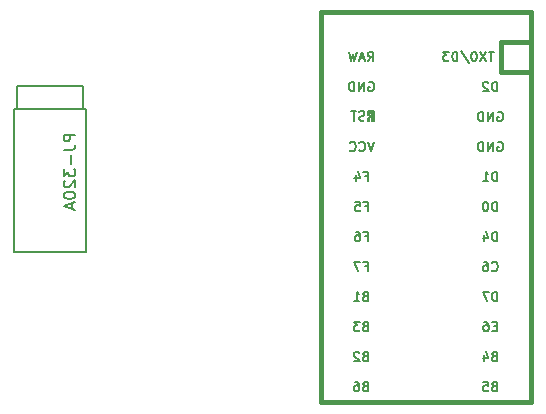
<source format=gbr>
G04 #@! TF.GenerationSoftware,KiCad,Pcbnew,(5.1.2)-2*
G04 #@! TF.CreationDate,2019-06-19T20:54:41-05:00*
G04 #@! TF.ProjectId,BlastersRev2,426c6173-7465-4727-9352-6576322e6b69,rev?*
G04 #@! TF.SameCoordinates,Original*
G04 #@! TF.FileFunction,Legend,Bot*
G04 #@! TF.FilePolarity,Positive*
%FSLAX46Y46*%
G04 Gerber Fmt 4.6, Leading zero omitted, Abs format (unit mm)*
G04 Created by KiCad (PCBNEW (5.1.2)-2) date 2019-06-19 20:54:41*
%MOMM*%
%LPD*%
G04 APERTURE LIST*
%ADD10C,0.150000*%
%ADD11C,0.381000*%
G04 APERTURE END LIST*
D10*
X94793750Y-61912500D02*
X94793750Y-59912500D01*
X89193750Y-59912500D02*
X94793750Y-59912500D01*
X89193750Y-61912500D02*
X89193750Y-59912500D01*
X88943750Y-74012500D02*
X95043750Y-74012500D01*
X95043750Y-61912500D02*
X95043750Y-74012500D01*
X88943750Y-61912500D02*
X95043750Y-61912500D01*
X88943750Y-61912500D02*
X88943750Y-74012500D01*
D11*
X132715000Y-56197500D02*
X132715000Y-86677500D01*
X132715000Y-86677500D02*
X114935000Y-86677500D01*
X114935000Y-86677500D02*
X114935000Y-56197500D01*
X130175000Y-56197500D02*
X130175000Y-58737500D01*
X130175000Y-58737500D02*
X132715000Y-58737500D01*
D10*
G36*
X118893432Y-62076860D02*
G01*
X118893432Y-62376860D01*
X118993432Y-62376860D01*
X118993432Y-62076860D01*
X118893432Y-62076860D01*
G37*
X118893432Y-62076860D02*
X118893432Y-62376860D01*
X118993432Y-62376860D01*
X118993432Y-62076860D01*
X118893432Y-62076860D01*
G36*
X119093432Y-62476860D02*
G01*
X119093432Y-62576860D01*
X119193432Y-62576860D01*
X119193432Y-62476860D01*
X119093432Y-62476860D01*
G37*
X119093432Y-62476860D02*
X119093432Y-62576860D01*
X119193432Y-62576860D01*
X119193432Y-62476860D01*
X119093432Y-62476860D01*
G36*
X118893432Y-62076860D02*
G01*
X118893432Y-62176860D01*
X119393432Y-62176860D01*
X119393432Y-62076860D01*
X118893432Y-62076860D01*
G37*
X118893432Y-62076860D02*
X118893432Y-62176860D01*
X119393432Y-62176860D01*
X119393432Y-62076860D01*
X118893432Y-62076860D01*
G36*
X119293432Y-62076860D02*
G01*
X119293432Y-62876860D01*
X119393432Y-62876860D01*
X119393432Y-62076860D01*
X119293432Y-62076860D01*
G37*
X119293432Y-62076860D02*
X119293432Y-62876860D01*
X119393432Y-62876860D01*
X119393432Y-62076860D01*
X119293432Y-62076860D01*
G36*
X118893432Y-62676860D02*
G01*
X118893432Y-62876860D01*
X118993432Y-62876860D01*
X118993432Y-62676860D01*
X118893432Y-62676860D01*
G37*
X118893432Y-62676860D02*
X118893432Y-62876860D01*
X118993432Y-62876860D01*
X118993432Y-62676860D01*
X118893432Y-62676860D01*
D11*
X114935000Y-56197500D02*
X114935000Y-53657500D01*
X114935000Y-53657500D02*
X132715000Y-53657500D01*
X132715000Y-53657500D02*
X132715000Y-56197500D01*
X130175000Y-56197500D02*
X132715000Y-56197500D01*
D10*
X94146130Y-64043452D02*
X93146130Y-64043452D01*
X93146130Y-64424404D01*
X93193750Y-64519642D01*
X93241369Y-64567261D01*
X93336607Y-64614880D01*
X93479464Y-64614880D01*
X93574702Y-64567261D01*
X93622321Y-64519642D01*
X93669940Y-64424404D01*
X93669940Y-64043452D01*
X93146130Y-65329166D02*
X93860416Y-65329166D01*
X94003273Y-65281547D01*
X94098511Y-65186309D01*
X94146130Y-65043452D01*
X94146130Y-64948214D01*
X93765178Y-65805357D02*
X93765178Y-66567261D01*
X93146130Y-66948214D02*
X93146130Y-67567261D01*
X93527083Y-67233928D01*
X93527083Y-67376785D01*
X93574702Y-67472023D01*
X93622321Y-67519642D01*
X93717559Y-67567261D01*
X93955654Y-67567261D01*
X94050892Y-67519642D01*
X94098511Y-67472023D01*
X94146130Y-67376785D01*
X94146130Y-67091071D01*
X94098511Y-66995833D01*
X94050892Y-66948214D01*
X93241369Y-67948214D02*
X93193750Y-67995833D01*
X93146130Y-68091071D01*
X93146130Y-68329166D01*
X93193750Y-68424404D01*
X93241369Y-68472023D01*
X93336607Y-68519642D01*
X93431845Y-68519642D01*
X93574702Y-68472023D01*
X94146130Y-67900595D01*
X94146130Y-68519642D01*
X93146130Y-69138690D02*
X93146130Y-69233928D01*
X93193750Y-69329166D01*
X93241369Y-69376785D01*
X93336607Y-69424404D01*
X93527083Y-69472023D01*
X93765178Y-69472023D01*
X93955654Y-69424404D01*
X94050892Y-69376785D01*
X94098511Y-69329166D01*
X94146130Y-69233928D01*
X94146130Y-69138690D01*
X94098511Y-69043452D01*
X94050892Y-68995833D01*
X93955654Y-68948214D01*
X93765178Y-68900595D01*
X93527083Y-68900595D01*
X93336607Y-68948214D01*
X93241369Y-68995833D01*
X93193750Y-69043452D01*
X93146130Y-69138690D01*
X93860416Y-69852976D02*
X93860416Y-70329166D01*
X94146130Y-69757738D02*
X93146130Y-70091071D01*
X94146130Y-70424404D01*
X118687809Y-82810357D02*
X118573523Y-82848452D01*
X118535428Y-82886547D01*
X118497333Y-82962738D01*
X118497333Y-83077023D01*
X118535428Y-83153214D01*
X118573523Y-83191309D01*
X118649714Y-83229404D01*
X118954476Y-83229404D01*
X118954476Y-82429404D01*
X118687809Y-82429404D01*
X118611619Y-82467500D01*
X118573523Y-82505595D01*
X118535428Y-82581785D01*
X118535428Y-82657976D01*
X118573523Y-82734166D01*
X118611619Y-82772261D01*
X118687809Y-82810357D01*
X118954476Y-82810357D01*
X118192571Y-82505595D02*
X118154476Y-82467500D01*
X118078285Y-82429404D01*
X117887809Y-82429404D01*
X117811619Y-82467500D01*
X117773523Y-82505595D01*
X117735428Y-82581785D01*
X117735428Y-82657976D01*
X117773523Y-82772261D01*
X118230666Y-83229404D01*
X117735428Y-83229404D01*
X118630666Y-75190357D02*
X118897333Y-75190357D01*
X118897333Y-75609404D02*
X118897333Y-74809404D01*
X118516380Y-74809404D01*
X118287809Y-74809404D02*
X117754476Y-74809404D01*
X118097333Y-75609404D01*
X118630666Y-72650357D02*
X118897333Y-72650357D01*
X118897333Y-73069404D02*
X118897333Y-72269404D01*
X118516380Y-72269404D01*
X117868761Y-72269404D02*
X118021142Y-72269404D01*
X118097333Y-72307500D01*
X118135428Y-72345595D01*
X118211619Y-72459880D01*
X118249714Y-72612261D01*
X118249714Y-72917023D01*
X118211619Y-72993214D01*
X118173523Y-73031309D01*
X118097333Y-73069404D01*
X117944952Y-73069404D01*
X117868761Y-73031309D01*
X117830666Y-72993214D01*
X117792571Y-72917023D01*
X117792571Y-72726547D01*
X117830666Y-72650357D01*
X117868761Y-72612261D01*
X117944952Y-72574166D01*
X118097333Y-72574166D01*
X118173523Y-72612261D01*
X118211619Y-72650357D01*
X118249714Y-72726547D01*
X118630666Y-70110357D02*
X118897333Y-70110357D01*
X118897333Y-70529404D02*
X118897333Y-69729404D01*
X118516380Y-69729404D01*
X117830666Y-69729404D02*
X118211619Y-69729404D01*
X118249714Y-70110357D01*
X118211619Y-70072261D01*
X118135428Y-70034166D01*
X117944952Y-70034166D01*
X117868761Y-70072261D01*
X117830666Y-70110357D01*
X117792571Y-70186547D01*
X117792571Y-70377023D01*
X117830666Y-70453214D01*
X117868761Y-70491309D01*
X117944952Y-70529404D01*
X118135428Y-70529404D01*
X118211619Y-70491309D01*
X118249714Y-70453214D01*
X118916380Y-57829404D02*
X119183047Y-57448452D01*
X119373523Y-57829404D02*
X119373523Y-57029404D01*
X119068761Y-57029404D01*
X118992571Y-57067500D01*
X118954476Y-57105595D01*
X118916380Y-57181785D01*
X118916380Y-57296071D01*
X118954476Y-57372261D01*
X118992571Y-57410357D01*
X119068761Y-57448452D01*
X119373523Y-57448452D01*
X118611619Y-57600833D02*
X118230666Y-57600833D01*
X118687809Y-57829404D02*
X118421142Y-57029404D01*
X118154476Y-57829404D01*
X117964000Y-57029404D02*
X117773523Y-57829404D01*
X117621142Y-57257976D01*
X117468761Y-57829404D01*
X117278285Y-57029404D01*
X118973523Y-59607500D02*
X119049714Y-59569404D01*
X119164000Y-59569404D01*
X119278285Y-59607500D01*
X119354476Y-59683690D01*
X119392571Y-59759880D01*
X119430666Y-59912261D01*
X119430666Y-60026547D01*
X119392571Y-60178928D01*
X119354476Y-60255119D01*
X119278285Y-60331309D01*
X119164000Y-60369404D01*
X119087809Y-60369404D01*
X118973523Y-60331309D01*
X118935428Y-60293214D01*
X118935428Y-60026547D01*
X119087809Y-60026547D01*
X118592571Y-60369404D02*
X118592571Y-59569404D01*
X118135428Y-60369404D01*
X118135428Y-59569404D01*
X117754476Y-60369404D02*
X117754476Y-59569404D01*
X117564000Y-59569404D01*
X117449714Y-59607500D01*
X117373523Y-59683690D01*
X117335428Y-59759880D01*
X117297333Y-59912261D01*
X117297333Y-60026547D01*
X117335428Y-60178928D01*
X117373523Y-60255119D01*
X117449714Y-60331309D01*
X117564000Y-60369404D01*
X117754476Y-60369404D01*
X118625213Y-62841309D02*
X118510927Y-62879404D01*
X118320451Y-62879404D01*
X118244260Y-62841309D01*
X118206165Y-62803214D01*
X118168070Y-62727023D01*
X118168070Y-62650833D01*
X118206165Y-62574642D01*
X118244260Y-62536547D01*
X118320451Y-62498452D01*
X118472832Y-62460357D01*
X118549022Y-62422261D01*
X118587118Y-62384166D01*
X118625213Y-62307976D01*
X118625213Y-62231785D01*
X118587118Y-62155595D01*
X118549022Y-62117500D01*
X118472832Y-62079404D01*
X118282356Y-62079404D01*
X118168070Y-62117500D01*
X117939499Y-62079404D02*
X117482356Y-62079404D01*
X117710927Y-62879404D02*
X117710927Y-62079404D01*
X119430666Y-64649404D02*
X119164000Y-65449404D01*
X118897333Y-64649404D01*
X118173523Y-65373214D02*
X118211619Y-65411309D01*
X118325904Y-65449404D01*
X118402095Y-65449404D01*
X118516380Y-65411309D01*
X118592571Y-65335119D01*
X118630666Y-65258928D01*
X118668761Y-65106547D01*
X118668761Y-64992261D01*
X118630666Y-64839880D01*
X118592571Y-64763690D01*
X118516380Y-64687500D01*
X118402095Y-64649404D01*
X118325904Y-64649404D01*
X118211619Y-64687500D01*
X118173523Y-64725595D01*
X117373523Y-65373214D02*
X117411619Y-65411309D01*
X117525904Y-65449404D01*
X117602095Y-65449404D01*
X117716380Y-65411309D01*
X117792571Y-65335119D01*
X117830666Y-65258928D01*
X117868761Y-65106547D01*
X117868761Y-64992261D01*
X117830666Y-64839880D01*
X117792571Y-64763690D01*
X117716380Y-64687500D01*
X117602095Y-64649404D01*
X117525904Y-64649404D01*
X117411619Y-64687500D01*
X117373523Y-64725595D01*
X118630666Y-67570357D02*
X118897333Y-67570357D01*
X118897333Y-67989404D02*
X118897333Y-67189404D01*
X118516380Y-67189404D01*
X117868761Y-67456071D02*
X117868761Y-67989404D01*
X118059238Y-67151309D02*
X118249714Y-67722738D01*
X117754476Y-67722738D01*
X118687809Y-77730357D02*
X118573523Y-77768452D01*
X118535428Y-77806547D01*
X118497333Y-77882738D01*
X118497333Y-77997023D01*
X118535428Y-78073214D01*
X118573523Y-78111309D01*
X118649714Y-78149404D01*
X118954476Y-78149404D01*
X118954476Y-77349404D01*
X118687809Y-77349404D01*
X118611619Y-77387500D01*
X118573523Y-77425595D01*
X118535428Y-77501785D01*
X118535428Y-77577976D01*
X118573523Y-77654166D01*
X118611619Y-77692261D01*
X118687809Y-77730357D01*
X118954476Y-77730357D01*
X117735428Y-78149404D02*
X118192571Y-78149404D01*
X117964000Y-78149404D02*
X117964000Y-77349404D01*
X118040190Y-77463690D01*
X118116380Y-77539880D01*
X118192571Y-77577976D01*
X118687809Y-80270357D02*
X118573523Y-80308452D01*
X118535428Y-80346547D01*
X118497333Y-80422738D01*
X118497333Y-80537023D01*
X118535428Y-80613214D01*
X118573523Y-80651309D01*
X118649714Y-80689404D01*
X118954476Y-80689404D01*
X118954476Y-79889404D01*
X118687809Y-79889404D01*
X118611619Y-79927500D01*
X118573523Y-79965595D01*
X118535428Y-80041785D01*
X118535428Y-80117976D01*
X118573523Y-80194166D01*
X118611619Y-80232261D01*
X118687809Y-80270357D01*
X118954476Y-80270357D01*
X118230666Y-79889404D02*
X117735428Y-79889404D01*
X118002095Y-80194166D01*
X117887809Y-80194166D01*
X117811619Y-80232261D01*
X117773523Y-80270357D01*
X117735428Y-80346547D01*
X117735428Y-80537023D01*
X117773523Y-80613214D01*
X117811619Y-80651309D01*
X117887809Y-80689404D01*
X118116380Y-80689404D01*
X118192571Y-80651309D01*
X118230666Y-80613214D01*
X118687809Y-85350357D02*
X118573523Y-85388452D01*
X118535428Y-85426547D01*
X118497333Y-85502738D01*
X118497333Y-85617023D01*
X118535428Y-85693214D01*
X118573523Y-85731309D01*
X118649714Y-85769404D01*
X118954476Y-85769404D01*
X118954476Y-84969404D01*
X118687809Y-84969404D01*
X118611619Y-85007500D01*
X118573523Y-85045595D01*
X118535428Y-85121785D01*
X118535428Y-85197976D01*
X118573523Y-85274166D01*
X118611619Y-85312261D01*
X118687809Y-85350357D01*
X118954476Y-85350357D01*
X117811619Y-84969404D02*
X117964000Y-84969404D01*
X118040190Y-85007500D01*
X118078285Y-85045595D01*
X118154476Y-85159880D01*
X118192571Y-85312261D01*
X118192571Y-85617023D01*
X118154476Y-85693214D01*
X118116380Y-85731309D01*
X118040190Y-85769404D01*
X117887809Y-85769404D01*
X117811619Y-85731309D01*
X117773523Y-85693214D01*
X117735428Y-85617023D01*
X117735428Y-85426547D01*
X117773523Y-85350357D01*
X117811619Y-85312261D01*
X117887809Y-85274166D01*
X118040190Y-85274166D01*
X118116380Y-85312261D01*
X118154476Y-85350357D01*
X118192571Y-85426547D01*
X129609809Y-85350357D02*
X129495523Y-85388452D01*
X129457428Y-85426547D01*
X129419333Y-85502738D01*
X129419333Y-85617023D01*
X129457428Y-85693214D01*
X129495523Y-85731309D01*
X129571714Y-85769404D01*
X129876476Y-85769404D01*
X129876476Y-84969404D01*
X129609809Y-84969404D01*
X129533619Y-85007500D01*
X129495523Y-85045595D01*
X129457428Y-85121785D01*
X129457428Y-85197976D01*
X129495523Y-85274166D01*
X129533619Y-85312261D01*
X129609809Y-85350357D01*
X129876476Y-85350357D01*
X128695523Y-84969404D02*
X129076476Y-84969404D01*
X129114571Y-85350357D01*
X129076476Y-85312261D01*
X129000285Y-85274166D01*
X128809809Y-85274166D01*
X128733619Y-85312261D01*
X128695523Y-85350357D01*
X128657428Y-85426547D01*
X128657428Y-85617023D01*
X128695523Y-85693214D01*
X128733619Y-85731309D01*
X128809809Y-85769404D01*
X129000285Y-85769404D01*
X129076476Y-85731309D01*
X129114571Y-85693214D01*
X129609809Y-82810357D02*
X129495523Y-82848452D01*
X129457428Y-82886547D01*
X129419333Y-82962738D01*
X129419333Y-83077023D01*
X129457428Y-83153214D01*
X129495523Y-83191309D01*
X129571714Y-83229404D01*
X129876476Y-83229404D01*
X129876476Y-82429404D01*
X129609809Y-82429404D01*
X129533619Y-82467500D01*
X129495523Y-82505595D01*
X129457428Y-82581785D01*
X129457428Y-82657976D01*
X129495523Y-82734166D01*
X129533619Y-82772261D01*
X129609809Y-82810357D01*
X129876476Y-82810357D01*
X128733619Y-82696071D02*
X128733619Y-83229404D01*
X128924095Y-82391309D02*
X129114571Y-82962738D01*
X128619333Y-82962738D01*
X129838380Y-80270357D02*
X129571714Y-80270357D01*
X129457428Y-80689404D02*
X129838380Y-80689404D01*
X129838380Y-79889404D01*
X129457428Y-79889404D01*
X128771714Y-79889404D02*
X128924095Y-79889404D01*
X129000285Y-79927500D01*
X129038380Y-79965595D01*
X129114571Y-80079880D01*
X129152666Y-80232261D01*
X129152666Y-80537023D01*
X129114571Y-80613214D01*
X129076476Y-80651309D01*
X129000285Y-80689404D01*
X128847904Y-80689404D01*
X128771714Y-80651309D01*
X128733619Y-80613214D01*
X128695523Y-80537023D01*
X128695523Y-80346547D01*
X128733619Y-80270357D01*
X128771714Y-80232261D01*
X128847904Y-80194166D01*
X129000285Y-80194166D01*
X129076476Y-80232261D01*
X129114571Y-80270357D01*
X129152666Y-80346547D01*
X129876476Y-78149404D02*
X129876476Y-77349404D01*
X129686000Y-77349404D01*
X129571714Y-77387500D01*
X129495523Y-77463690D01*
X129457428Y-77539880D01*
X129419333Y-77692261D01*
X129419333Y-77806547D01*
X129457428Y-77958928D01*
X129495523Y-78035119D01*
X129571714Y-78111309D01*
X129686000Y-78149404D01*
X129876476Y-78149404D01*
X129152666Y-77349404D02*
X128619333Y-77349404D01*
X128962190Y-78149404D01*
X129419333Y-75533214D02*
X129457428Y-75571309D01*
X129571714Y-75609404D01*
X129647904Y-75609404D01*
X129762190Y-75571309D01*
X129838380Y-75495119D01*
X129876476Y-75418928D01*
X129914571Y-75266547D01*
X129914571Y-75152261D01*
X129876476Y-74999880D01*
X129838380Y-74923690D01*
X129762190Y-74847500D01*
X129647904Y-74809404D01*
X129571714Y-74809404D01*
X129457428Y-74847500D01*
X129419333Y-74885595D01*
X128733619Y-74809404D02*
X128886000Y-74809404D01*
X128962190Y-74847500D01*
X129000285Y-74885595D01*
X129076476Y-74999880D01*
X129114571Y-75152261D01*
X129114571Y-75457023D01*
X129076476Y-75533214D01*
X129038380Y-75571309D01*
X128962190Y-75609404D01*
X128809809Y-75609404D01*
X128733619Y-75571309D01*
X128695523Y-75533214D01*
X128657428Y-75457023D01*
X128657428Y-75266547D01*
X128695523Y-75190357D01*
X128733619Y-75152261D01*
X128809809Y-75114166D01*
X128962190Y-75114166D01*
X129038380Y-75152261D01*
X129076476Y-75190357D01*
X129114571Y-75266547D01*
X129876476Y-73069404D02*
X129876476Y-72269404D01*
X129686000Y-72269404D01*
X129571714Y-72307500D01*
X129495523Y-72383690D01*
X129457428Y-72459880D01*
X129419333Y-72612261D01*
X129419333Y-72726547D01*
X129457428Y-72878928D01*
X129495523Y-72955119D01*
X129571714Y-73031309D01*
X129686000Y-73069404D01*
X129876476Y-73069404D01*
X128733619Y-72536071D02*
X128733619Y-73069404D01*
X128924095Y-72231309D02*
X129114571Y-72802738D01*
X128619333Y-72802738D01*
X129895523Y-62147500D02*
X129971714Y-62109404D01*
X130086000Y-62109404D01*
X130200285Y-62147500D01*
X130276476Y-62223690D01*
X130314571Y-62299880D01*
X130352666Y-62452261D01*
X130352666Y-62566547D01*
X130314571Y-62718928D01*
X130276476Y-62795119D01*
X130200285Y-62871309D01*
X130086000Y-62909404D01*
X130009809Y-62909404D01*
X129895523Y-62871309D01*
X129857428Y-62833214D01*
X129857428Y-62566547D01*
X130009809Y-62566547D01*
X129514571Y-62909404D02*
X129514571Y-62109404D01*
X129057428Y-62909404D01*
X129057428Y-62109404D01*
X128676476Y-62909404D02*
X128676476Y-62109404D01*
X128486000Y-62109404D01*
X128371714Y-62147500D01*
X128295523Y-62223690D01*
X128257428Y-62299880D01*
X128219333Y-62452261D01*
X128219333Y-62566547D01*
X128257428Y-62718928D01*
X128295523Y-62795119D01*
X128371714Y-62871309D01*
X128486000Y-62909404D01*
X128676476Y-62909404D01*
X129895523Y-64687500D02*
X129971714Y-64649404D01*
X130086000Y-64649404D01*
X130200285Y-64687500D01*
X130276476Y-64763690D01*
X130314571Y-64839880D01*
X130352666Y-64992261D01*
X130352666Y-65106547D01*
X130314571Y-65258928D01*
X130276476Y-65335119D01*
X130200285Y-65411309D01*
X130086000Y-65449404D01*
X130009809Y-65449404D01*
X129895523Y-65411309D01*
X129857428Y-65373214D01*
X129857428Y-65106547D01*
X130009809Y-65106547D01*
X129514571Y-65449404D02*
X129514571Y-64649404D01*
X129057428Y-65449404D01*
X129057428Y-64649404D01*
X128676476Y-65449404D02*
X128676476Y-64649404D01*
X128486000Y-64649404D01*
X128371714Y-64687500D01*
X128295523Y-64763690D01*
X128257428Y-64839880D01*
X128219333Y-64992261D01*
X128219333Y-65106547D01*
X128257428Y-65258928D01*
X128295523Y-65335119D01*
X128371714Y-65411309D01*
X128486000Y-65449404D01*
X128676476Y-65449404D01*
X129876476Y-67989404D02*
X129876476Y-67189404D01*
X129686000Y-67189404D01*
X129571714Y-67227500D01*
X129495523Y-67303690D01*
X129457428Y-67379880D01*
X129419333Y-67532261D01*
X129419333Y-67646547D01*
X129457428Y-67798928D01*
X129495523Y-67875119D01*
X129571714Y-67951309D01*
X129686000Y-67989404D01*
X129876476Y-67989404D01*
X128657428Y-67989404D02*
X129114571Y-67989404D01*
X128886000Y-67989404D02*
X128886000Y-67189404D01*
X128962190Y-67303690D01*
X129038380Y-67379880D01*
X129114571Y-67417976D01*
X129876476Y-70529404D02*
X129876476Y-69729404D01*
X129686000Y-69729404D01*
X129571714Y-69767500D01*
X129495523Y-69843690D01*
X129457428Y-69919880D01*
X129419333Y-70072261D01*
X129419333Y-70186547D01*
X129457428Y-70338928D01*
X129495523Y-70415119D01*
X129571714Y-70491309D01*
X129686000Y-70529404D01*
X129876476Y-70529404D01*
X128924095Y-69729404D02*
X128847904Y-69729404D01*
X128771714Y-69767500D01*
X128733619Y-69805595D01*
X128695523Y-69881785D01*
X128657428Y-70034166D01*
X128657428Y-70224642D01*
X128695523Y-70377023D01*
X128733619Y-70453214D01*
X128771714Y-70491309D01*
X128847904Y-70529404D01*
X128924095Y-70529404D01*
X129000285Y-70491309D01*
X129038380Y-70453214D01*
X129076476Y-70377023D01*
X129114571Y-70224642D01*
X129114571Y-70034166D01*
X129076476Y-69881785D01*
X129038380Y-69805595D01*
X129000285Y-69767500D01*
X128924095Y-69729404D01*
X129876476Y-60369404D02*
X129876476Y-59569404D01*
X129686000Y-59569404D01*
X129571714Y-59607500D01*
X129495523Y-59683690D01*
X129457428Y-59759880D01*
X129419333Y-59912261D01*
X129419333Y-60026547D01*
X129457428Y-60178928D01*
X129495523Y-60255119D01*
X129571714Y-60331309D01*
X129686000Y-60369404D01*
X129876476Y-60369404D01*
X129114571Y-59645595D02*
X129076476Y-59607500D01*
X129000285Y-59569404D01*
X128809809Y-59569404D01*
X128733619Y-59607500D01*
X128695523Y-59645595D01*
X128657428Y-59721785D01*
X128657428Y-59797976D01*
X128695523Y-59912261D01*
X129152666Y-60369404D01*
X128657428Y-60369404D01*
X129587348Y-57029404D02*
X129130205Y-57029404D01*
X129358776Y-57829404D02*
X129358776Y-57029404D01*
X128939729Y-57029404D02*
X128406395Y-57829404D01*
X128406395Y-57029404D02*
X128939729Y-57829404D01*
X127949252Y-57029404D02*
X127873062Y-57029404D01*
X127796872Y-57067500D01*
X127758776Y-57105595D01*
X127720681Y-57181785D01*
X127682586Y-57334166D01*
X127682586Y-57524642D01*
X127720681Y-57677023D01*
X127758776Y-57753214D01*
X127796872Y-57791309D01*
X127873062Y-57829404D01*
X127949252Y-57829404D01*
X128025443Y-57791309D01*
X128063538Y-57753214D01*
X128101633Y-57677023D01*
X128139729Y-57524642D01*
X128139729Y-57334166D01*
X128101633Y-57181785D01*
X128063538Y-57105595D01*
X128025443Y-57067500D01*
X127949252Y-57029404D01*
X126768300Y-56991309D02*
X127454014Y-58019880D01*
X126501633Y-57829404D02*
X126501633Y-57029404D01*
X126311157Y-57029404D01*
X126196872Y-57067500D01*
X126120681Y-57143690D01*
X126082586Y-57219880D01*
X126044491Y-57372261D01*
X126044491Y-57486547D01*
X126082586Y-57638928D01*
X126120681Y-57715119D01*
X126196872Y-57791309D01*
X126311157Y-57829404D01*
X126501633Y-57829404D01*
X125777824Y-57029404D02*
X125282586Y-57029404D01*
X125549252Y-57334166D01*
X125434967Y-57334166D01*
X125358776Y-57372261D01*
X125320681Y-57410357D01*
X125282586Y-57486547D01*
X125282586Y-57677023D01*
X125320681Y-57753214D01*
X125358776Y-57791309D01*
X125434967Y-57829404D01*
X125663538Y-57829404D01*
X125739729Y-57791309D01*
X125777824Y-57753214D01*
M02*

</source>
